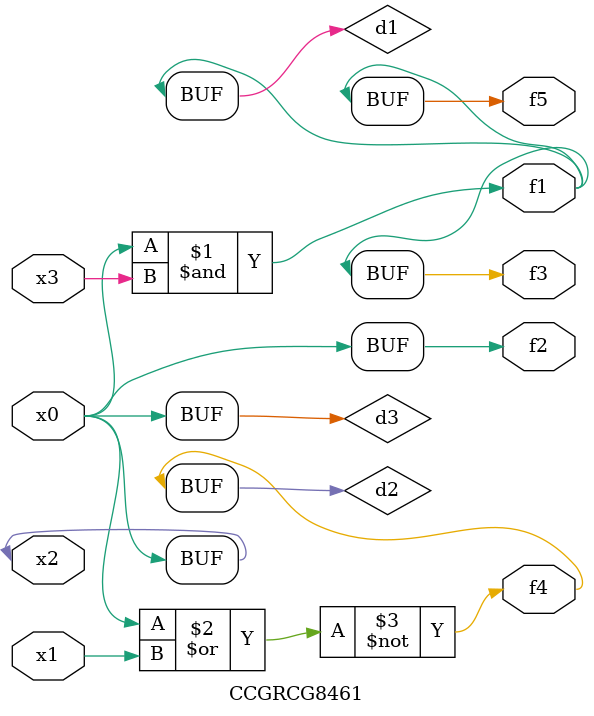
<source format=v>
module CCGRCG8461(
	input x0, x1, x2, x3,
	output f1, f2, f3, f4, f5
);

	wire d1, d2, d3;

	and (d1, x2, x3);
	nor (d2, x0, x1);
	buf (d3, x0, x2);
	assign f1 = d1;
	assign f2 = d3;
	assign f3 = d1;
	assign f4 = d2;
	assign f5 = d1;
endmodule

</source>
